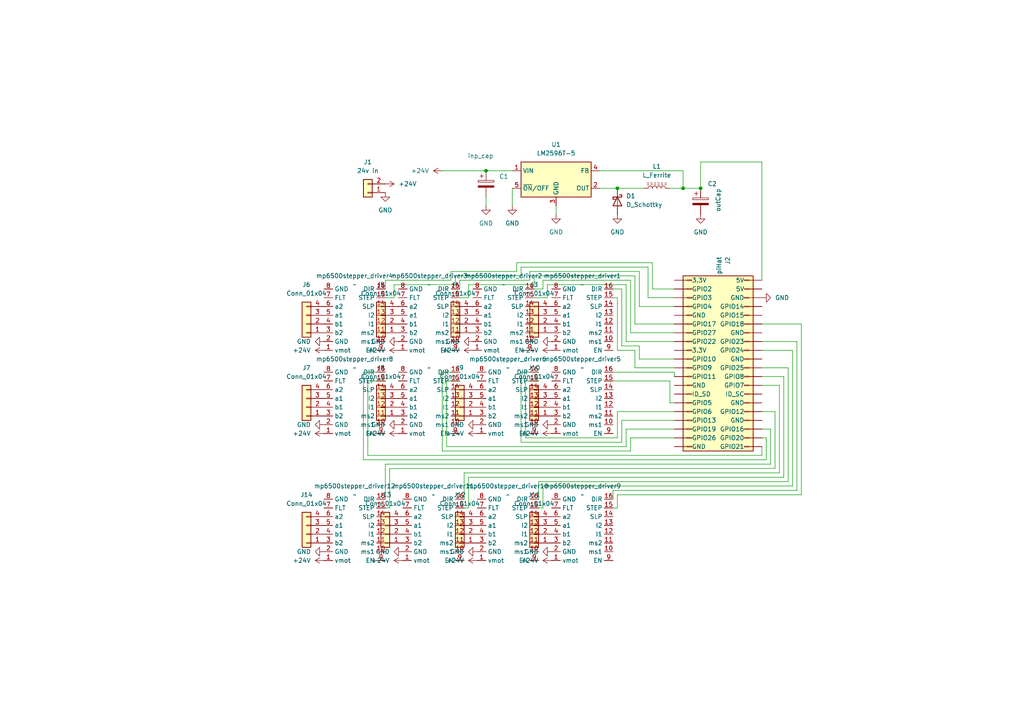
<source format=kicad_sch>
(kicad_sch (version 20231120) (generator "eeschema") (generator_version "8.0")
  (paper "A4")
  (lib_symbols
    (symbol "Connector_Generic:Conn_01x02" (pin_names (offset 1.016) hide)
      (property "Reference" "J" (at 0 2.54 0))
      (property "Value" "Conn_01x02" (at 0 -5.08 0))
      (symbol "Conn_01x02_1_1"
        (rectangle (start -1.27 -2.413) (end 0 -2.667) (stroke (width 0.1524)))
        (rectangle (start -1.27 0.127) (end 0 -0.127) (stroke (width 0.1524)))
        (rectangle (start -1.27 1.27) (end 1.27 -3.81) (stroke (width 0.254)) (fill (type background)))
        (pin passive line (at -5.08 0 0) (length 3.81) (name "Pin_1") (number "1"))
        (pin passive line (at -5.08 -2.54 0) (length 3.81) (name "Pin_2") (number "2"))
      )
    )
    (symbol "Connector_Generic:Conn_01x04" (pin_names (offset 1.016) hide)
      (property "Reference" "J" (at 0 5.08 0))
      (property "Value" "Conn_01x04" (at 0 -7.62 0))
      (symbol "Conn_01x04_1_1"
        (rectangle (start -1.27 -4.953) (end 0 -5.207) (stroke (width 0.1524)))
        (rectangle (start -1.27 -2.413) (end 0 -2.667) (stroke (width 0.1524)))
        (rectangle (start -1.27 0.127) (end 0 -0.127) (stroke (width 0.1524)))
        (rectangle (start -1.27 2.667) (end 0 2.413) (stroke (width 0.1524)))
        (rectangle (start -1.27 3.81) (end 1.27 -6.35) (stroke (width 0.254)) (fill (type background)))
        (pin passive line (at -5.08 2.54 0) (length 3.81) (name "Pin_1") (number "1"))
        (pin passive line (at -5.08 0 0) (length 3.81) (name "Pin_2") (number "2"))
        (pin passive line (at -5.08 -2.54 0) (length 3.81) (name "Pin_3") (number "3"))
        (pin passive line (at -5.08 -5.08 0) (length 3.81) (name "Pin_4") (number "4"))
      )
    )
    (symbol "Device:C_Polarized" (pin_numbers hide) (pin_names (offset 0.254))
      (property "Reference" "C" (at 0.635 2.54 0))
      (property "Value" "C_Polarized" (at 0.635 -2.54 0))
      (symbol "C_Polarized_0_1"
        (rectangle (start -2.286 0.508) (end 2.286 1.016))
        (polyline (pts (xy -1.778 2.286) (xy -0.762 2.286)))
        (polyline (pts (xy -1.27 2.794) (xy -1.27 1.778)))
        (rectangle (start 2.286 -0.508) (end -2.286 -1.016) (fill (type outline)))
      )
      (symbol "C_Polarized_1_1"
        (pin passive line (at 0 3.81 270) (length 2.794) (name "~") (number "1"))
        (pin passive line (at 0 -3.81 90) (length 2.794) (name "~") (number "2"))
      )
    )
    (symbol "Device:D_Schottky" (pin_numbers hide) (pin_names (offset 1.016) hide)
      (property "Reference" "D" (at 0 2.54 0))
      (property "Value" "D_Schottky" (at 0 -2.54 0))
      (symbol "D_Schottky_0_1"
        (polyline (pts (xy 1.27 0) (xy -1.27 0)))
        (polyline (pts (xy 1.27 1.27) (xy 1.27 -1.27) (xy -1.27 0) (xy 1.27 1.27)) (stroke (width 0.254)))
        (polyline (pts (xy -1.905 0.635) (xy -1.905 1.27) (xy -1.27 1.27) (xy -1.27 -1.27) (xy -0.635 -1.27) (xy -0.635 -0.635)) (stroke (width 0.254)))
      )
      (symbol "D_Schottky_1_1"
        (pin passive line (at -3.81 0 0) (length 2.54) (name "K") (number "1"))
        (pin passive line (at 3.81 0 180) (length 2.54) (name "A") (number "2"))
      )
    )
    (symbol "Device:L_Ferrite" (pin_numbers hide) (pin_names (offset 1.016) hide)
      (property "Reference" "L" (at -1.27 0 90))
      (property "Value" "L_Ferrite" (at 2.794 0 90))
      (symbol "L_Ferrite_0_1"
        (arc (start 0 -2.54) (mid 0.6323 -1.905) (end 0 -1.27))
        (arc (start 0 -1.27) (mid 0.6323 -0.635) (end 0 0))
        (polyline (pts (xy 1.016 -2.794) (xy 1.016 -2.286)))
        (polyline (pts (xy 1.016 -1.778) (xy 1.016 -1.27)))
        (polyline (pts (xy 1.016 -0.762) (xy 1.016 -0.254)))
        (polyline (pts (xy 1.016 0.254) (xy 1.016 0.762)))
        (polyline (pts (xy 1.016 1.27) (xy 1.016 1.778)))
        (polyline (pts (xy 1.016 2.286) (xy 1.016 2.794)))
        (polyline (pts (xy 1.524 -2.286) (xy 1.524 -2.794)))
        (polyline (pts (xy 1.524 -1.27) (xy 1.524 -1.778)))
        (polyline (pts (xy 1.524 -0.254) (xy 1.524 -0.762)))
        (polyline (pts (xy 1.524 0.762) (xy 1.524 0.254)))
        (polyline (pts (xy 1.524 1.778) (xy 1.524 1.27)))
        (polyline (pts (xy 1.524 2.794) (xy 1.524 2.286)))
        (arc (start 0 0) (mid 0.6323 0.635) (end 0 1.27))
        (arc (start 0 1.27) (mid 0.6323 1.905) (end 0 2.54))
      )
      (symbol "L_Ferrite_1_1"
        (pin passive line (at 0 3.81 270) (length 1.27) (name "1") (number "1"))
        (pin passive line (at 0 -3.81 90) (length 1.27) (name "2") (number "2"))
      )
    )
    (symbol "New_Library:mp6500"
      (property "Reference" "mp6500stepper_driver" (at 0.762 -11.176 0))
      (symbol "mp6500_1_1"
        (pin input line (at 8.89 10.16 180) (length 2.54) (name "vmot") (number "1"))
        (pin input line (at -8.89 7.62 0) (length 2.54) (name "ms1") (number "10"))
        (pin input line (at -8.89 5.08 0) (length 2.54) (name "ms2") (number "11"))
        (pin input line (at -8.89 2.54 0) (length 2.54) (name "I1") (number "12"))
        (pin input line (at -8.89 0 0) (length 2.54) (name "I2") (number "13"))
        (pin input line (at -8.89 -2.54 0) (length 2.54) (name "SLP") (number "14"))
        (pin input line (at -8.89 -5.08 0) (length 2.54) (name "STEP") (number "15"))
        (pin input line (at -8.89 -7.62 0) (length 2.54) (name "DIR") (number "16"))
        (pin input line (at 8.89 7.62 180) (length 2.54) (name "GND") (number "2"))
        (pin input line (at 8.89 5.08 180) (length 2.54) (name "b2") (number "3"))
        (pin input line (at 8.89 2.54 180) (length 2.54) (name "b1") (number "4"))
        (pin input line (at 8.89 0 180) (length 2.54) (name "a1") (number "5"))
        (pin input line (at 8.89 -2.54 180) (length 2.54) (name "a2") (number "6"))
        (pin input line (at 8.89 -5.08 180) (length 2.54) (name "FLT") (number "7"))
        (pin input line (at 8.89 -7.62 180) (length 2.54) (name "GND") (number "8"))
        (pin input line (at -8.89 10.16 0) (length 2.54) (name "EN") (number "9"))
      )
    )
    (symbol "New_Library:piHat" (pin_numbers hide) (pin_names (offset 1.27))
      (property "Reference" "J" (at -0.254 26.924 0))
      (property "Value" "piHat" (at 0 -29.21 0))
      (symbol "piHat_1_1"
        (rectangle (start -10.16 24.13) (end 10.16 -26.67) (stroke (width 0.254)) (fill (type background)))
        (rectangle (start -8.89 -25.273) (end -7.62 -25.527) (stroke (width 0.1524)))
        (rectangle (start -8.89 -22.733) (end -7.62 -22.987) (stroke (width 0.1524)))
        (rectangle (start -8.89 -20.193) (end -7.62 -20.447) (stroke (width 0.1524)))
        (rectangle (start -8.89 -17.653) (end -7.62 -17.907) (stroke (width 0.1524)))
        (rectangle (start -8.89 -15.113) (end -7.62 -15.367) (stroke (width 0.1524)))
        (rectangle (start -8.89 -12.573) (end -7.62 -12.827) (stroke (width 0.1524)))
        (rectangle (start -8.89 -10.033) (end -7.62 -10.287) (stroke (width 0.1524)))
        (rectangle (start -8.89 -7.493) (end -7.62 -7.747) (stroke (width 0.1524)))
        (rectangle (start -8.89 -4.953) (end -7.62 -5.207) (stroke (width 0.1524)))
        (rectangle (start -8.89 -2.413) (end -7.62 -2.667) (stroke (width 0.1524)))
        (rectangle (start -8.89 0.127) (end -7.62 -0.127) (stroke (width 0.1524)))
        (rectangle (start -8.89 2.667) (end -7.62 2.413) (stroke (width 0.1524)))
        (rectangle (start -8.89 5.207) (end -7.62 4.953) (stroke (width 0.1524)))
        (rectangle (start -8.89 7.747) (end -7.62 7.493) (stroke (width 0.1524)))
        (rectangle (start -8.89 10.287) (end -7.62 10.033) (stroke (width 0.1524)))
        (rectangle (start -8.89 12.827) (end -7.62 12.573) (stroke (width 0.1524)))
        (rectangle (start -8.89 15.367) (end -7.62 15.113) (stroke (width 0.1524)))
        (rectangle (start -8.89 17.907) (end -7.62 17.653) (stroke (width 0.1524)))
        (rectangle (start -8.89 20.447) (end -7.62 20.193) (stroke (width 0.1524)))
        (rectangle (start -8.89 22.987) (end -7.62 22.733) (stroke (width 0.1524)))
        (rectangle (start 8.89 -25.273) (end 7.62 -25.527) (stroke (width 0.1524)))
        (rectangle (start 8.89 -22.733) (end 7.62 -22.987) (stroke (width 0.1524)))
        (rectangle (start 8.89 -20.193) (end 7.62 -20.447) (stroke (width 0.1524)))
        (rectangle (start 8.89 -17.653) (end 7.62 -17.907) (stroke (width 0.1524)))
        (rectangle (start 8.89 -15.113) (end 7.62 -15.367) (stroke (width 0.1524)))
        (rectangle (start 8.89 -12.573) (end 7.62 -12.827) (stroke (width 0.1524)))
        (rectangle (start 8.89 -10.033) (end 7.62 -10.287) (stroke (width 0.1524)))
        (rectangle (start 8.89 -7.493) (end 7.62 -7.747) (stroke (width 0.1524)))
        (rectangle (start 8.89 -4.953) (end 7.62 -5.207) (stroke (width 0.1524)))
        (rectangle (start 8.89 -2.413) (end 7.62 -2.667) (stroke (width 0.1524)))
        (rectangle (start 8.89 0.127) (end 7.62 -0.127) (stroke (width 0.1524)))
        (rectangle (start 8.89 2.667) (end 7.62 2.413) (stroke (width 0.1524)))
        (rectangle (start 8.89 5.207) (end 7.62 4.953) (stroke (width 0.1524)))
        (rectangle (start 8.89 7.747) (end 7.62 7.493) (stroke (width 0.1524)))
        (rectangle (start 8.89 10.287) (end 7.62 10.033) (stroke (width 0.1524)))
        (rectangle (start 8.89 12.827) (end 7.62 12.573) (stroke (width 0.1524)))
        (rectangle (start 8.89 15.367) (end 7.62 15.113) (stroke (width 0.1524)))
        (rectangle (start 8.89 17.907) (end 7.62 17.653) (stroke (width 0.1524)))
        (rectangle (start 8.89 20.447) (end 7.62 20.193) (stroke (width 0.1524)))
        (rectangle (start 8.89 22.987) (end 7.62 22.733) (stroke (width 0.1524)))
        (pin passive line (at -12.7 22.86 0) (length 3.81) (name "3.3V") (number "1"))
        (pin passive line (at 12.7 12.7 180) (length 3.81) (name "GPIO15") (number "10"))
        (pin passive line (at -12.7 10.16 0) (length 3.81) (name "GPIO17") (number "11"))
        (pin passive line (at 12.7 10.16 180) (length 3.81) (name "GPIO18") (number "12"))
        (pin passive line (at -12.7 7.62 0) (length 3.81) (name "GPIO27") (number "13"))
        (pin passive line (at 12.7 7.62 180) (length 3.81) (name "GND") (number "14"))
        (pin passive line (at -12.7 5.08 0) (length 3.81) (name "GPIO22") (number "15"))
        (pin passive line (at 12.7 5.08 180) (length 3.81) (name "GPIO23") (number "16"))
        (pin passive line (at -12.7 2.54 0) (length 3.81) (name "3.3V") (number "17"))
        (pin passive line (at 12.7 2.54 180) (length 3.81) (name "GPIO24") (number "18"))
        (pin passive line (at -12.7 0 0) (length 3.81) (name "GPIO10") (number "19"))
        (pin passive line (at 12.7 22.86 180) (length 3.81) (name "5V") (number "2"))
        (pin passive line (at 12.7 0 180) (length 3.81) (name "GND") (number "20"))
        (pin passive line (at -12.7 -2.54 0) (length 3.81) (name "GPIO9") (number "21"))
        (pin passive line (at 12.7 -2.54 180) (length 3.81) (name "GPIO25") (number "22"))
        (pin passive line (at -12.7 -5.08 0) (length 3.81) (name "GPIO11") (number "23"))
        (pin passive line (at 12.7 -5.08 180) (length 3.81) (name "GPIO8") (number "24"))
        (pin passive line (at -12.7 -7.62 0) (length 3.81) (name "GND") (number "25"))
        (pin passive line (at 12.7 -7.62 180) (length 3.81) (name "GPIO7") (number "26"))
        (pin passive line (at -12.7 -10.16 0) (length 3.81) (name "ID_SD") (number "27"))
        (pin passive line (at 12.7 -10.16 180) (length 3.81) (name "ID_SC") (number "28"))
        (pin passive line (at -12.7 -12.7 0) (length 3.81) (name "GPIO5") (number "29"))
        (pin passive line (at -12.7 20.32 0) (length 3.81) (name "GPIO2") (number "3"))
        (pin passive line (at 12.7 -12.7 180) (length 3.81) (name "GND") (number "30"))
        (pin passive line (at -12.7 -15.24 0) (length 3.81) (name "GPIO6") (number "31"))
        (pin passive line (at 12.7 -15.24 180) (length 3.81) (name "GPIO12") (number "32"))
        (pin passive line (at -12.7 -17.78 0) (length 3.81) (name "GPIO13") (number "33"))
        (pin passive line (at 12.7 -17.78 180) (length 3.81) (name "GND") (number "34"))
        (pin passive line (at -12.7 -20.32 0) (length 3.81) (name "GPIO19") (number "35"))
        (pin passive line (at 12.7 -20.32 180) (length 3.81) (name "GPIO16") (number "36"))
        (pin passive line (at -12.7 -22.86 0) (length 3.81) (name "GPIO26") (number "37"))
        (pin passive line (at 12.7 -22.86 180) (length 3.81) (name "GPIO20") (number "38"))
        (pin passive line (at -12.7 -25.4 0) (length 3.81) (name "GND") (number "39"))
        (pin passive line (at 12.7 20.32 180) (length 3.81) (name "5V") (number "4"))
        (pin passive line (at 12.7 -25.4 180) (length 3.81) (name "GPIO21") (number "40"))
        (pin passive line (at -12.7 17.78 0) (length 3.81) (name "GPIO3") (number "5"))
        (pin passive line (at 12.7 17.78 180) (length 3.81) (name "GND") (number "6"))
        (pin passive line (at -12.7 15.24 0) (length 3.81) (name "GPIO4") (number "7"))
        (pin passive line (at 12.7 15.24 180) (length 3.81) (name "GPIO14") (number "8"))
        (pin passive line (at -12.7 12.7 0) (length 3.81) (name "GND") (number "9"))
      )
    )
    (symbol "Regulator_Switching:LM2596T-5"
      (property "Reference" "U" (at -10.16 6.35 0))
      (property "Value" "LM2596T-5" (at 0 6.35 0))
      (symbol "LM2596T-5_0_1"
        (rectangle (start -10.16 5.08) (end 10.16 -5.08) (stroke (width 0.254)) (fill (type background)))
      )
      (symbol "LM2596T-5_1_1"
        (pin power_in line (at -12.7 2.54 0) (length 2.54) (name "VIN") (number "1"))
        (pin output line (at 12.7 -2.54 180) (length 2.54) (name "OUT") (number "2"))
        (pin power_in line (at 0 -7.62 90) (length 2.54) (name "GND") (number "3"))
        (pin input line (at 12.7 2.54 180) (length 2.54) (name "FB") (number "4"))
        (pin input line (at -12.7 -2.54 0) (length 2.54) (name "~{ON}/OFF") (number "5"))
      )
    )
    (symbol "power:+24V" (power) (pin_numbers hide) (pin_names (offset 0) hide)
      (property "Value" "+24V" (at 0 3.556 0))
      (symbol "+24V_0_1"
        (polyline (pts (xy -0.762 1.27) (xy 0 2.54)))
        (polyline (pts (xy 0 0) (xy 0 2.54)))
        (polyline (pts (xy 0 2.54) (xy 0.762 1.27)))
      )
      (symbol "+24V_1_1"
        (pin power_in line (at 0 0 90) (length 0) (name "~") (number "1"))
      )
    )
    (symbol "power:GND" (power) (pin_numbers hide) (pin_names (offset 0) hide)
      (property "Value" "GND" (at 0 -3.81 0))
      (symbol "GND_0_1"
        (polyline (pts (xy 0 0) (xy 0 -1.27) (xy 1.27 -1.27) (xy 0 -2.54) (xy -1.27 -1.27) (xy 0 -1.27)))
      )
      (symbol "GND_1_1"
        (pin power_in line (at 0 0 270) (length 0) (name "~") (number "1"))
      )
    )
  )
  (junction (at 179.07 54.61))
  (junction (at 140.97 49.53))
  (junction (at 203.2 54.61))
  (junction (at 198.12 54.61))
  (wire (pts (xy 231.14 99.06) (xy 231.14 142.24)))
  (wire (pts (xy 149.86 78.74) (xy 130.81 78.74)))
  (wire (pts (xy 220.98 99.06) (xy 231.14 99.06)))
  (wire (pts (xy 135.89 82.55) (xy 135.89 86.36)))
  (wire (pts (xy 158.75 82.55) (xy 158.75 86.36)))
  (wire (pts (xy 203.2 46.99) (xy 220.98 46.99)))
  (wire (pts (xy 111.76 81.28) (xy 111.76 83.82)))
  (wire (pts (xy 133.35 81.28) (xy 133.35 83.82)))
  (wire (pts (xy 157.48 147.32) (xy 157.48 140.97)))
  (wire (pts (xy 130.81 78.74) (xy 130.81 81.28)))
  (wire (pts (xy 177.8 107.95) (xy 195.58 107.95)))
  (wire (pts (xy 111.76 144.78) (xy 111.76 134.62)))
  (wire (pts (xy 151.13 128.27) (xy 180.34 128.27)))
  (wire (pts (xy 181.61 124.46) (xy 195.58 124.46)))
  (wire (pts (xy 179.07 147.32) (xy 179.07 143.51)))
  (wire (pts (xy 220.98 111.76) (xy 226.06 111.76)))
  (wire (pts (xy 149.86 76.2) (xy 149.86 78.74)))
  (wire (pts (xy 151.13 80.01) (xy 151.13 77.47)))
  (wire (pts (xy 223.52 124.46) (xy 220.98 124.46)))
  (wire (pts (xy 182.88 127) (xy 195.58 127)))
  (wire (pts (xy 177.8 147.32) (xy 179.07 147.32)))
  (wire (pts (xy 195.58 83.82) (xy 189.23 83.82)))
  (wire (pts (xy 140.97 57.15) (xy 140.97 59.69)))
  (wire (pts (xy 156.21 139.7) (xy 156.21 144.78)))
  (wire (pts (xy 154.94 83.82) (xy 157.48 83.82)))
  (wire (pts (xy 151.13 107.95) (xy 151.13 128.27)))
  (wire (pts (xy 132.08 80.01) (xy 151.13 80.01)))
  (wire (pts (xy 158.75 86.36) (xy 154.94 86.36)))
  (wire (pts (xy 156.21 147.32) (xy 157.48 147.32)))
  (wire (pts (xy 161.29 62.23) (xy 161.29 59.69)))
  (wire (pts (xy 111.76 147.32) (xy 113.03 147.32)))
  (wire (pts (xy 195.58 88.9) (xy 185.42 88.9)))
  (wire (pts (xy 106.68 110.49) (xy 106.68 132.08)))
  (wire (pts (xy 179.07 101.6) (xy 179.07 86.36)))
  (wire (pts (xy 114.3 86.36) (xy 114.3 82.55)))
  (wire (pts (xy 153.67 78.74) (xy 153.67 81.28)))
  (wire (pts (xy 180.34 128.27) (xy 180.34 121.92)))
  (wire (pts (xy 189.23 83.82) (xy 189.23 76.2)))
  (wire (pts (xy 105.41 107.95) (xy 105.41 133.35)))
  (wire (pts (xy 180.34 100.33) (xy 180.34 83.82)))
  (wire (pts (xy 156.21 107.95) (xy 151.13 107.95)))
  (wire (pts (xy 232.41 93.98) (xy 220.98 93.98)))
  (wire (pts (xy 179.07 127) (xy 179.07 119.38)))
  (wire (pts (xy 198.12 54.61) (xy 203.2 54.61)))
  (wire (pts (xy 157.48 83.82) (xy 157.48 81.28)))
  (wire (pts (xy 111.76 110.49) (xy 106.68 110.49)))
  (wire (pts (xy 130.81 81.28) (xy 111.76 81.28)))
  (wire (pts (xy 105.41 133.35) (xy 222.25 133.35)))
  (wire (pts (xy 231.14 142.24) (xy 177.8 142.24)))
  (wire (pts (xy 229.87 140.97) (xy 229.87 101.6)))
  (wire (pts (xy 229.87 101.6) (xy 220.98 101.6)))
  (wire (pts (xy 184.15 93.98) (xy 184.15 80.01)))
  (wire (pts (xy 128.27 49.53) (xy 140.97 49.53)))
  (wire (pts (xy 180.34 121.92) (xy 195.58 121.92)))
  (wire (pts (xy 179.07 143.51) (xy 232.41 143.51)))
  (wire (pts (xy 182.88 81.28) (xy 182.88 96.52)))
  (wire (pts (xy 185.42 88.9) (xy 185.42 78.74)))
  (wire (pts (xy 135.89 147.32) (xy 135.89 138.43)))
  (wire (pts (xy 222.25 133.35) (xy 222.25 127)))
  (wire (pts (xy 189.23 76.2) (xy 149.86 76.2)))
  (wire (pts (xy 226.06 137.16) (xy 134.62 137.16)))
  (wire (pts (xy 195.58 107.95) (xy 195.58 109.22)))
  (wire (pts (xy 227.33 138.43) (xy 227.33 109.22)))
  (wire (pts (xy 227.33 109.22) (xy 220.98 109.22)))
  (wire (pts (xy 129.54 129.54) (xy 181.61 129.54)))
  (wire (pts (xy 185.42 100.33) (xy 180.34 100.33)))
  (wire (pts (xy 128.27 107.95) (xy 128.27 130.81)))
  (wire (pts (xy 181.61 129.54) (xy 181.61 124.46)))
  (wire (pts (xy 181.61 82.55) (xy 158.75 82.55)))
  (wire (pts (xy 194.31 54.61) (xy 198.12 54.61)))
  (wire (pts (xy 182.88 96.52) (xy 195.58 96.52)))
  (wire (pts (xy 228.6 106.68) (xy 228.6 139.7)))
  (wire (pts (xy 179.07 54.61) (xy 186.69 54.61)))
  (wire (pts (xy 187.96 86.36) (xy 195.58 86.36)))
  (wire (pts (xy 133.35 107.95) (xy 128.27 107.95)))
  (wire (pts (xy 132.08 82.55) (xy 132.08 80.01)))
  (wire (pts (xy 203.2 46.99) (xy 203.2 54.61)))
  (wire (pts (xy 128.27 130.81) (xy 182.88 130.81)))
  (wire (pts (xy 195.58 106.68) (xy 184.15 106.68)))
  (wire (pts (xy 220.98 46.99) (xy 220.98 81.28)))
  (wire (pts (xy 156.21 110.49) (xy 152.4 110.49)))
  (wire (pts (xy 114.3 82.55) (xy 132.08 82.55)))
  (wire (pts (xy 198.12 49.53) (xy 198.12 54.61)))
  (wire (pts (xy 187.96 77.47) (xy 187.96 86.36)))
  (wire (pts (xy 134.62 137.16) (xy 134.62 144.78)))
  (wire (pts (xy 173.99 54.61) (xy 179.07 54.61)))
  (wire (pts (xy 113.03 135.89) (xy 224.79 135.89)))
  (wire (pts (xy 184.15 80.01) (xy 154.94 80.01)))
  (wire (pts (xy 177.8 83.82) (xy 180.34 83.82)))
  (wire (pts (xy 153.67 81.28) (xy 133.35 81.28)))
  (wire (pts (xy 177.8 110.49) (xy 194.31 110.49)))
  (wire (pts (xy 224.79 135.89) (xy 224.79 119.38)))
  (wire (pts (xy 152.4 110.49) (xy 152.4 127)))
  (wire (pts (xy 111.76 134.62) (xy 223.52 134.62)))
  (wire (pts (xy 111.76 107.95) (xy 105.41 107.95)))
  (wire (pts (xy 195.58 99.06) (xy 181.61 99.06)))
  (wire (pts (xy 182.88 130.81) (xy 182.88 127)))
  (wire (pts (xy 157.48 140.97) (xy 229.87 140.97)))
  (wire (pts (xy 133.35 110.49) (xy 129.54 110.49)))
  (wire (pts (xy 177.8 142.24) (xy 177.8 144.78)))
  (wire (pts (xy 223.52 134.62) (xy 223.52 124.46)))
  (wire (pts (xy 181.61 99.06) (xy 181.61 82.55)))
  (wire (pts (xy 185.42 78.74) (xy 153.67 78.74)))
  (wire (pts (xy 135.89 138.43) (xy 227.33 138.43)))
  (wire (pts (xy 152.4 127) (xy 179.07 127)))
  (wire (pts (xy 222.25 127) (xy 220.98 127)))
  (wire (pts (xy 135.89 86.36) (xy 133.35 86.36)))
  (wire (pts (xy 134.62 147.32) (xy 135.89 147.32)))
  (wire (pts (xy 106.68 132.08) (xy 220.98 132.08)))
  (wire (pts (xy 179.07 86.36) (xy 177.8 86.36)))
  (wire (pts (xy 184.15 106.68) (xy 184.15 101.6)))
  (wire (pts (xy 220.98 106.68) (xy 228.6 106.68)))
  (wire (pts (xy 154.94 82.55) (xy 135.89 82.55)))
  (wire (pts (xy 185.42 104.14) (xy 185.42 100.33)))
  (wire (pts (xy 113.03 147.32) (xy 113.03 135.89)))
  (wire (pts (xy 148.59 49.53) (xy 140.97 49.53)))
  (wire (pts (xy 129.54 110.49) (xy 129.54 129.54)))
  (wire (pts (xy 154.94 80.01) (xy 154.94 82.55)))
  (wire (pts (xy 224.79 119.38) (xy 220.98 119.38)))
  (wire (pts (xy 228.6 139.7) (xy 156.21 139.7)))
  (wire (pts (xy 195.58 93.98) (xy 184.15 93.98)))
  (wire (pts (xy 194.31 110.49) (xy 194.31 116.84)))
  (wire (pts (xy 232.41 143.51) (xy 232.41 93.98)))
  (wire (pts (xy 151.13 77.47) (xy 187.96 77.47)))
  (wire (pts (xy 195.58 104.14) (xy 185.42 104.14)))
  (wire (pts (xy 111.76 86.36) (xy 114.3 86.36)))
  (wire (pts (xy 220.98 132.08) (xy 220.98 129.54)))
  (wire (pts (xy 148.59 54.61) (xy 148.59 59.69)))
  (wire (pts (xy 179.07 119.38) (xy 195.58 119.38)))
  (wire (pts (xy 157.48 81.28) (xy 182.88 81.28)))
  (wire (pts (xy 194.31 116.84) (xy 195.58 116.84)))
  (wire (pts (xy 173.99 49.53) (xy 198.12 49.53)))
  (wire (pts (xy 184.15 101.6) (xy 179.07 101.6)))
  (wire (pts (xy 226.06 111.76) (xy 226.06 137.16)))
  (symbol (lib_id "Connector_Generic:Conn_01x04") (at 154.94 118.11 180) (unit 1)
    (property "Reference" "J10" (at 154.94 106.68 0))
    (property "Value" "Conn_01x04" (at 154.94 109.22 0))
    (property "Footprint" "Connector_JST:JST_XH_B4B-XH-A_1x04_P2.50mm_Vertical" (effects (hide yes)))
    (property "Description" "Generic connector, single row, 01x04, script generated (kicad-library-utils/schlib/autogen/connector/)" (effects (hide yes)))
  )
  (symbol (lib_id "Device:C_Polarized") (at 203.2 58.42 0) (unit 1)
    (property "Reference" "C2" (at 205.232 53.34 0) (effects (justify left)))
    (property "Value" "outCap" (at 208.28 61.468 90) (effects (justify left)))
    (property "Footprint" "Capacitor_THT:CP_Radial_D8.0mm_P3.50mm" (effects (hide yes)))
    (property "Description" "Polarized capacitor" (effects (hide yes)))
  )
  (symbol (lib_id "Regulator_Switching:LM2596T-5") (at 161.29 52.07 0) (unit 1)
    (property "Reference" "U1" (at 161.29 41.91 0))
    (property "Value" "LM2596T-5" (at 161.29 44.45 0))
    (property "Footprint" "Package_TO_SOT_THT:TO-220-5_P3.4x3.7mm_StaggerOdd_Lead3.8mm_Vertical" (effects (hide yes)))
    (property "Datasheet" "http://www.ti.com/lit/ds/symlink/lm2596.pdf" (effects (hide yes)))
    (property "Description" "5V 3A 150kHz Step-Down Voltage Regulator, TO-220" (effects (hide yes)))
  )
  (symbol (lib_id "power:+24V") (at 93.98 125.73 90) (unit 1)
    (property "Reference" "#PWR026" (effects (hide yes)))
    (property "Value" "+24V" (at 90.17 125.7299 90) (effects (justify left)))
    (property "Description" "Power symbol creates a global label with name \"+24V\"" (effects (hide yes)))
  )
  (symbol (lib_id "New_Library:mp6500") (at 102.87 91.44 180) (unit 1)
    (property "Reference" "mp6500stepper_driver4" (at 102.87 80.01 0))
    (property "Value" "~" (at 102.87 82.55 0))
    (property "Footprint" "customFootprints:mp6500" (effects (hide yes)))
  )
  (symbol (lib_id "power:GND") (at 93.98 123.19 270) (unit 1)
    (property "Reference" "#PWR014" (effects (hide yes)))
    (property "Value" "GND" (at 90.17 123.1899 90) (effects (justify right)))
    (property "Description" "Power symbol creates a global label with name \"GND\" , ground" (effects (hide yes)))
  )
  (symbol (lib_id "power:GND") (at 138.43 123.19 270) (unit 1)
    (property "Reference" "#PWR012" (effects (hide yes)))
    (property "Value" "GND" (at 134.62 123.1899 90) (effects (justify right)))
    (property "Description" "Power symbol creates a global label with name \"GND\" , ground" (effects (hide yes)))
  )
  (symbol (lib_id "power:GND") (at 179.07 62.23 0) (unit 1)
    (property "Reference" "#PWR05" (effects (hide yes)))
    (property "Value" "GND" (at 179.07 67.31 0))
    (property "Description" "Power symbol creates a global label with name \"GND\" , ground" (effects (hide yes)))
  )
  (symbol (lib_id "power:+24V") (at 160.02 162.56 90) (unit 1)
    (property "Reference" "#PWR030" (effects (hide yes)))
    (property "Value" "+24V" (at 156.21 162.5599 90) (effects (justify left)))
    (property "Description" "Power symbol creates a global label with name \"+24V\"" (effects (hide yes)))
  )
  (symbol (lib_id "power:GND") (at 93.98 99.06 270) (unit 1)
    (property "Reference" "#PWR07" (effects (hide yes)))
    (property "Value" "GND" (at 90.17 99.0599 90) (effects (justify right)))
    (property "Description" "Power symbol creates a global label with name \"GND\" , ground" (effects (hide yes)))
  )
  (symbol (lib_id "power:+24V") (at 93.98 162.56 90) (unit 1)
    (property "Reference" "#PWR027" (effects (hide yes)))
    (property "Value" "+24V" (at 90.17 162.5599 90) (effects (justify left)))
    (property "Description" "Power symbol creates a global label with name \"+24V\"" (effects (hide yes)))
  )
  (symbol (lib_id "New_Library:mp6500") (at 124.46 91.44 180) (unit 1)
    (property "Reference" "mp6500stepper_driver3" (at 124.46 80.01 0))
    (property "Value" "~" (at 124.46 82.55 0))
    (property "Footprint" "customFootprints:mp6500" (effects (hide yes)))
  )
  (symbol (lib_id "Connector_Generic:Conn_01x04") (at 88.9 93.98 180) (unit 1)
    (property "Reference" "J6" (at 88.9 82.55 0))
    (property "Value" "Conn_01x04" (at 88.9 85.09 0))
    (property "Footprint" "Connector_JST:JST_XH_B4B-XH-A_1x04_P2.50mm_Vertical" (effects (hide yes)))
    (property "Description" "Generic connector, single row, 01x04, script generated (kicad-library-utils/schlib/autogen/connector/)" (effects (hide yes)))
  )
  (symbol (lib_id "Connector_Generic:Conn_01x04") (at 133.35 154.94 180) (unit 1)
    (property "Reference" "J12" (at 133.35 143.51 0))
    (property "Value" "Conn_01x04" (at 133.35 146.05 0))
    (property "Footprint" "Connector_JST:JST_XH_B4B-XH-A_1x04_P2.50mm_Vertical" (effects (hide yes)))
    (property "Description" "Generic connector, single row, 01x04, script generated (kicad-library-utils/schlib/autogen/connector/)" (effects (hide yes)))
  )
  (symbol (lib_id "New_Library:mp6500") (at 168.91 91.44 180) (unit 1)
    (property "Reference" "mp6500stepper_driver1" (at 168.91 80.01 0))
    (property "Value" "~" (at 168.91 82.55 0))
    (property "Footprint" "customFootprints:mp6500" (effects (hide yes)))
  )
  (symbol (lib_id "Connector_Generic:Conn_01x04") (at 110.49 118.11 180) (unit 1)
    (property "Reference" "J8" (at 110.49 106.68 0))
    (property "Value" "Conn_01x04" (at 110.49 109.22 0))
    (property "Footprint" "Connector_JST:JST_XH_B4B-XH-A_1x04_P2.50mm_Vertical" (effects (hide yes)))
    (property "Description" "Generic connector, single row, 01x04, script generated (kicad-library-utils/schlib/autogen/connector/)" (effects (hide yes)))
  )
  (symbol (lib_id "power:GND") (at 137.16 99.06 270) (unit 1)
    (property "Reference" "#PWR09" (effects (hide yes)))
    (property "Value" "GND" (at 133.35 99.0599 90) (effects (justify right)))
    (property "Description" "Power symbol creates a global label with name \"GND\" , ground" (effects (hide yes)))
  )
  (symbol (lib_id "power:GND") (at 160.02 123.19 270) (unit 1)
    (property "Reference" "#PWR011" (effects (hide yes)))
    (property "Value" "GND" (at 156.21 123.1899 90) (effects (justify right)))
    (property "Description" "Power symbol creates a global label with name \"GND\" , ground" (effects (hide yes)))
  )
  (symbol (lib_id "power:GND") (at 111.76 55.88 0) (unit 1)
    (property "Reference" "#PWR04" (effects (hide yes)))
    (property "Value" "GND" (at 111.76 60.96 0))
    (property "Description" "Power symbol creates a global label with name \"GND\" , ground" (effects (hide yes)))
  )
  (symbol (lib_id "Connector_Generic:Conn_01x04") (at 88.9 154.94 180) (unit 1)
    (property "Reference" "J14" (at 88.9 143.51 0))
    (property "Value" "Conn_01x04" (at 88.9 146.05 0))
    (property "Footprint" "Connector_JST:JST_XH_B4B-XH-A_1x04_P2.50mm_Vertical" (effects (hide yes)))
    (property "Description" "Generic connector, single row, 01x04, script generated (kicad-library-utils/schlib/autogen/connector/)" (effects (hide yes)))
  )
  (symbol (lib_id "Connector_Generic:Conn_01x04") (at 132.08 93.98 180) (unit 1)
    (property "Reference" "J4" (at 132.08 82.55 0))
    (property "Value" "Conn_01x04" (at 132.08 85.09 0))
    (property "Footprint" "Connector_JST:JST_XH_B4B-XH-A_1x04_P2.50mm_Vertical" (effects (hide yes)))
    (property "Description" "Generic connector, single row, 01x04, script generated (kicad-library-utils/schlib/autogen/connector/)" (effects (hide yes)))
  )
  (symbol (lib_id "New_Library:mp6500") (at 168.91 115.57 180) (unit 1)
    (property "Reference" "mp6500stepper_driver5" (at 168.91 104.14 0))
    (property "Value" "~" (at 168.91 106.68 0))
    (property "Footprint" "customFootprints:mp6500" (effects (hide yes)))
  )
  (symbol (lib_id "Connector_Generic:Conn_01x04") (at 110.49 93.98 180) (unit 1)
    (property "Reference" "J5" (at 110.49 82.55 0))
    (property "Value" "Conn_01x04" (at 110.49 85.09 0))
    (property "Footprint" "Connector_JST:JST_XH_B4B-XH-A_1x04_P2.50mm_Vertical" (effects (hide yes)))
    (property "Description" "Generic connector, single row, 01x04, script generated (kicad-library-utils/schlib/autogen/connector/)" (effects (hide yes)))
  )
  (symbol (lib_id "Device:D_Schottky") (at 179.07 58.42 270) (unit 1)
    (property "Reference" "D1" (at 181.61 56.8324 90) (effects (justify left)))
    (property "Value" "D_Schottky" (at 181.61 59.3724 90) (effects (justify left)))
    (property "Footprint" "Diode_THT:D_DO-201AD_P15.24mm_Horizontal" (effects (hide yes)))
    (property "Description" "Schottky diode" (effects (hide yes)))
  )
  (symbol (lib_id "Connector_Generic:Conn_01x04") (at 133.35 118.11 180) (unit 1)
    (property "Reference" "J9" (at 133.35 106.68 0))
    (property "Value" "Conn_01x04" (at 133.35 109.22 0))
    (property "Footprint" "Connector_JST:JST_XH_B4B-XH-A_1x04_P2.50mm_Vertical" (effects (hide yes)))
    (property "Description" "Generic connector, single row, 01x04, script generated (kicad-library-utils/schlib/autogen/connector/)" (effects (hide yes)))
  )
  (symbol (lib_id "power:GND") (at 160.02 160.02 270) (unit 1)
    (property "Reference" "#PWR018" (effects (hide yes)))
    (property "Value" "GND" (at 156.21 160.0199 90) (effects (justify right)))
    (property "Description" "Power symbol creates a global label with name \"GND\" , ground" (effects (hide yes)))
  )
  (symbol (lib_id "New_Library:mp6500") (at 146.05 91.44 180) (unit 1)
    (property "Reference" "mp6500stepper_driver2" (at 146.05 80.01 0))
    (property "Value" "~" (at 146.05 82.55 0))
    (property "Footprint" "customFootprints:mp6500" (effects (hide yes)))
  )
  (symbol (lib_id "New_Library:mp6500") (at 102.87 115.57 180) (unit 1)
    (property "Reference" "mp6500stepper_driver8" (at 102.87 104.14 0))
    (property "Value" "~" (at 102.87 106.68 0))
    (property "Footprint" "customFootprints:mp6500" (effects (hide yes)))
  )
  (symbol (lib_id "Connector_Generic:Conn_01x02") (at 106.68 55.88 180) (unit 1)
    (property "Reference" "J1" (at 106.68 46.99 0))
    (property "Value" "24v in" (at 106.68 49.53 0))
    (property "Footprint" "Connector_JST:JST_XH_B2B-XH-A_1x02_P2.50mm_Vertical" (effects (hide yes)))
    (property "Description" "Generic connector, single row, 01x02, script generated (kicad-library-utils/schlib/autogen/connector/)" (effects (hide yes)))
  )
  (symbol (lib_id "New_Library:piHat") (at 208.28 104.14 0) (unit 1)
    (property "Reference" "J2" (at 211.074 74.422 90) (effects (justify right)))
    (property "Value" "piHat" (at 208.534 74.422 90) (effects (justify right)))
    (property "Footprint" "Connector_PinHeader_2.54mm:PinHeader_2x20_P2.54mm_Vertical" (effects (hide yes)))
    (property "Description" "Generic connector, double row, 02x20, odd/even pin numbering scheme (row 1 odd numbers, row 2 even numbers), script generated (kicad-library-utils/schlib/autogen/connector/)" (effects (hide yes)))
  )
  (symbol (lib_id "power:GND") (at 115.57 99.06 270) (unit 1)
    (property "Reference" "#PWR08" (effects (hide yes)))
    (property "Value" "GND" (at 111.76 99.0599 90) (effects (justify right)))
    (property "Description" "Power symbol creates a global label with name \"GND\" , ground" (effects (hide yes)))
  )
  (symbol (lib_id "power:+24V") (at 160.02 101.6 90) (unit 1)
    (property "Reference" "#PWR022" (effects (hide yes)))
    (property "Value" "+24V" (at 156.21 101.5999 90) (effects (justify left)))
    (property "Description" "Power symbol creates a global label with name \"+24V\"" (effects (hide yes)))
  )
  (symbol (lib_id "power:+24V") (at 115.57 125.73 90) (unit 1)
    (property "Reference" "#PWR025" (effects (hide yes)))
    (property "Value" "+24V" (at 111.76 125.7299 90) (effects (justify left)))
    (property "Description" "Power symbol creates a global label with name \"+24V\"" (effects (hide yes)))
  )
  (symbol (lib_id "power:+24V") (at 137.16 101.6 90) (unit 1)
    (property "Reference" "#PWR021" (effects (hide yes)))
    (property "Value" "+24V" (at 133.35 101.5999 90) (effects (justify left)))
    (property "Description" "Power symbol creates a global label with name \"+24V\"" (effects (hide yes)))
  )
  (symbol (lib_id "New_Library:mp6500") (at 102.87 152.4 180) (unit 1)
    (property "Reference" "mp6500stepper_driver12" (at 102.87 140.97 0))
    (property "Value" "~" (at 102.87 143.51 0))
    (property "Footprint" "customFootprints:mp6500" (effects (hide yes)))
  )
  (symbol (lib_id "power:+24V") (at 138.43 125.73 90) (unit 1)
    (property "Reference" "#PWR024" (effects (hide yes)))
    (property "Value" "+24V" (at 134.62 125.7299 90) (effects (justify left)))
    (property "Description" "Power symbol creates a global label with name \"+24V\"" (effects (hide yes)))
  )
  (symbol (lib_id "power:+24V") (at 116.84 162.56 90) (unit 1)
    (property "Reference" "#PWR028" (effects (hide yes)))
    (property "Value" "+24V" (at 113.03 162.5599 90) (effects (justify left)))
    (property "Description" "Power symbol creates a global label with name \"+24V\"" (effects (hide yes)))
  )
  (symbol (lib_id "power:GND") (at 161.29 62.23 0) (unit 1)
    (property "Reference" "#PWR01" (effects (hide yes)))
    (property "Value" "GND" (at 161.29 67.31 0))
    (property "Description" "Power symbol creates a global label with name \"GND\" , ground" (effects (hide yes)))
  )
  (symbol (lib_id "power:+24V") (at 128.27 49.53 90) (unit 1)
    (property "Reference" "#PWR031" (effects (hide yes)))
    (property "Value" "+24V" (at 124.46 49.5299 90) (effects (justify left)))
    (property "Description" "Power symbol creates a global label with name \"+24V\"" (effects (hide yes)))
  )
  (symbol (lib_id "power:GND") (at 115.57 123.19 270) (unit 1)
    (property "Reference" "#PWR013" (effects (hide yes)))
    (property "Value" "GND" (at 111.76 123.1899 90) (effects (justify right)))
    (property "Description" "Power symbol creates a global label with name \"GND\" , ground" (effects (hide yes)))
  )
  (symbol (lib_id "power:GND") (at 160.02 99.06 270) (unit 1)
    (property "Reference" "#PWR010" (effects (hide yes)))
    (property "Value" "GND" (at 156.21 99.0599 90) (effects (justify right)))
    (property "Description" "Power symbol creates a global label with name \"GND\" , ground" (effects (hide yes)))
  )
  (symbol (lib_id "Device:L_Ferrite") (at 190.5 54.61 90) (unit 1)
    (property "Reference" "L1" (at 190.5 48.26 90))
    (property "Value" "L_Ferrite" (at 190.5 50.8 90))
    (property "Footprint" "Inductor_SMD:L_Coilcraft_MSS1278-XXX" (effects (hide yes)))
    (property "Description" "Inductor with ferrite core" (effects (hide yes)))
  )
  (symbol (lib_id "Device:C_Polarized") (at 140.97 53.34 0) (unit 1)
    (property "Reference" "C1" (at 144.78 51.1809 0) (effects (justify left)))
    (property "Value" "inp_cap" (at 135.636 45.212 0) (effects (justify left)))
    (property "Footprint" "Capacitor_THT:C_Radial_D10.0mm_H20.0mm_P5.00mm" (effects (hide yes)))
    (property "Description" "Polarized capacitor" (effects (hide yes)))
  )
  (symbol (lib_id "power:+24V") (at 93.98 101.6 90) (unit 1)
    (property "Reference" "#PWR019" (effects (hide yes)))
    (property "Value" "+24V" (at 90.17 101.5999 90) (effects (justify left)))
    (property "Description" "Power symbol creates a global label with name \"+24V\"" (effects (hide yes)))
  )
  (symbol (lib_id "power:+24V") (at 111.76 53.34 270) (unit 1)
    (property "Reference" "#PWR032" (effects (hide yes)))
    (property "Value" "+24V" (at 115.57 53.3399 90) (effects (justify left)))
    (property "Description" "Power symbol creates a global label with name \"+24V\"" (effects (hide yes)))
  )
  (symbol (lib_id "power:GND") (at 93.98 160.02 270) (unit 1)
    (property "Reference" "#PWR015" (effects (hide yes)))
    (property "Value" "GND" (at 90.17 160.0199 90) (effects (justify right)))
    (property "Description" "Power symbol creates a global label with name \"GND\" , ground" (effects (hide yes)))
  )
  (symbol (lib_id "power:GND") (at 140.97 59.69 0) (unit 1)
    (property "Reference" "#PWR03" (effects (hide yes)))
    (property "Value" "GND" (at 140.97 64.77 0))
    (property "Description" "Power symbol creates a global label with name \"GND\" , ground" (effects (hide yes)))
  )
  (symbol (lib_id "New_Library:mp6500") (at 168.91 152.4 180) (unit 1)
    (property "Reference" "mp6500stepper_driver9" (at 168.91 140.97 0))
    (property "Value" "~" (at 168.91 143.51 0))
    (property "Footprint" "customFootprints:mp6500" (effects (hide yes)))
  )
  (symbol (lib_id "Connector_Generic:Conn_01x04") (at 154.94 154.94 180) (unit 1)
    (property "Reference" "J11" (at 154.94 143.51 0))
    (property "Value" "Conn_01x04" (at 154.94 146.05 0))
    (property "Footprint" "Connector_JST:JST_XH_B4B-XH-A_1x04_P2.50mm_Vertical" (effects (hide yes)))
    (property "Description" "Generic connector, single row, 01x04, script generated (kicad-library-utils/schlib/autogen/connector/)" (effects (hide yes)))
  )
  (symbol (lib_id "power:GND") (at 138.43 160.02 270) (unit 1)
    (property "Reference" "#PWR017" (effects (hide yes)))
    (property "Value" "GND" (at 134.62 160.0199 90) (effects (justify right)))
    (property "Description" "Power symbol creates a global label with name \"GND\" , ground" (effects (hide yes)))
  )
  (symbol (lib_id "New_Library:mp6500") (at 125.73 152.4 180) (unit 1)
    (property "Reference" "mp6500stepper_driver11" (at 125.73 140.97 0))
    (property "Value" "~" (at 125.73 143.51 0))
    (property "Footprint" "customFootprints:mp6500" (effects (hide yes)))
  )
  (symbol (lib_id "power:GND") (at 220.98 86.36 90) (unit 1)
    (property "Reference" "#PWR033" (effects (hide yes)))
    (property "Value" "GND" (at 224.79 86.3599 90) (effects (justify right)))
    (property "Description" "Power symbol creates a global label with name \"GND\" , ground" (effects (hide yes)))
  )
  (symbol (lib_id "New_Library:mp6500") (at 124.46 115.57 180) (unit 1)
    (property "Reference" "mp6500stepper_driver7" (effects (hide yes)))
    (property "Value" "~" (at 124.46 106.68 0))
    (property "Footprint" "customFootprints:mp6500" (effects (hide yes)))
  )
  (symbol (lib_id "Connector_Generic:Conn_01x04") (at 154.94 93.98 180) (unit 1)
    (property "Reference" "J3" (at 154.94 82.55 0))
    (property "Value" "Conn_01x04" (at 154.94 85.09 0))
    (property "Footprint" "Connector_JST:JST_XH_B4B-XH-A_1x04_P2.50mm_Vertical" (effects (hide yes)))
    (property "Description" "Generic connector, single row, 01x04, script generated (kicad-library-utils/schlib/autogen/connector/)" (effects (hide yes)))
  )
  (symbol (lib_id "Connector_Generic:Conn_01x04") (at 111.76 154.94 180) (unit 1)
    (property "Reference" "J13" (at 111.76 143.51 0))
    (property "Value" "Conn_01x04" (at 111.76 146.05 0))
    (property "Footprint" "Connector_JST:JST_XH_B4B-XH-A_1x04_P2.50mm_Vertical" (effects (hide yes)))
    (property "Description" "Generic connector, single row, 01x04, script generated (kicad-library-utils/schlib/autogen/connector/)" (effects (hide yes)))
  )
  (symbol (lib_id "New_Library:mp6500") (at 147.32 152.4 180) (unit 1)
    (property "Reference" "mp6500stepper_driver10" (at 147.32 140.97 0))
    (property "Value" "~" (at 147.32 143.51 0))
    (property "Footprint" "customFootprints:mp6500" (effects (hide yes)))
  )
  (symbol (lib_id "power:GND") (at 203.2 62.23 0) (unit 1)
    (property "Reference" "#PWR06" (effects (hide yes)))
    (property "Value" "GND" (at 203.2 67.31 0))
    (property "Description" "Power symbol creates a global label with name \"GND\" , ground" (effects (hide yes)))
  )
  (symbol (lib_id "power:+24V") (at 160.02 125.73 90) (unit 1)
    (property "Reference" "#PWR023" (effects (hide yes)))
    (property "Value" "+24V" (at 156.21 125.7299 90) (effects (justify left)))
    (property "Description" "Power symbol creates a global label with name \"+24V\"" (effects (hide yes)))
  )
  (symbol (lib_id "Connector_Generic:Conn_01x04") (at 88.9 118.11 180) (unit 1)
    (property "Reference" "J7" (at 88.9 106.68 0))
    (property "Value" "Conn_01x04" (at 88.9 109.22 0))
    (property "Footprint" "Connector_JST:JST_XH_B4B-XH-A_1x04_P2.50mm_Vertical" (effects (hide yes)))
    (property "Description" "Generic connector, single row, 01x04, script generated (kicad-library-utils/schlib/autogen/connector/)" (effects (hide yes)))
  )
  (symbol (lib_id "power:+24V") (at 138.43 162.56 90) (unit 1)
    (property "Reference" "#PWR029" (effects (hide yes)))
    (property "Value" "+24V" (at 134.62 162.5599 90) (effects (justify left)))
    (property "Description" "Power symbol creates a global label with name \"+24V\"" (effects (hide yes)))
  )
  (symbol (lib_id "power:GND") (at 116.84 160.02 270) (unit 1)
    (property "Reference" "#PWR016" (effects (hide yes)))
    (property "Value" "GND" (at 113.03 160.0199 90) (effects (justify right)))
    (property "Description" "Power symbol creates a global label with name \"GND\" , ground" (effects (hide yes)))
  )
  (symbol (lib_id "New_Library:mp6500") (at 147.32 115.57 180) (unit 1)
    (property "Reference" "mp6500stepper_driver6" (at 147.32 104.14 0))
    (property "Value" "~" (at 147.32 106.68 0))
    (property "Footprint" "customFootprints:mp6500" (effects (hide yes)))
  )
  (symbol (lib_id "power:GND") (at 148.59 59.69 0) (unit 1)
    (property "Reference" "#PWR02" (effects (hide yes)))
    (property "Value" "GND" (at 148.59 64.77 0))
    (property "Description" "Power symbol creates a global label with name \"GND\" , ground" (effects (hide yes)))
  )
  (symbol (lib_id "power:+24V") (at 115.57 101.6 90) (unit 1)
    (property "Reference" "#PWR020" (effects (hide yes)))
    (property "Value" "+24V" (at 111.76 101.5999 90) (effects (justify left)))
    (property "Description" "Power symbol creates a global label with name \"+24V\"" (effects (hide yes)))
  )
)
</source>
